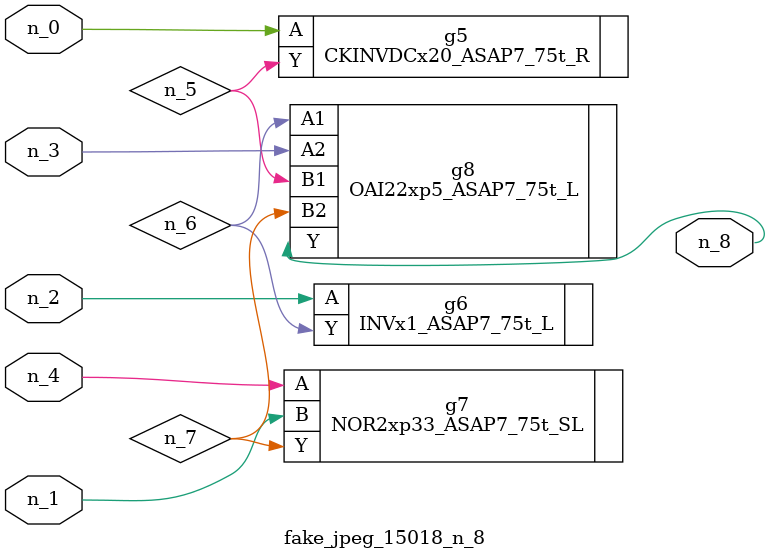
<source format=v>
module fake_jpeg_15018_n_8 (n_3, n_2, n_1, n_0, n_4, n_8);

input n_3;
input n_2;
input n_1;
input n_0;
input n_4;

output n_8;

wire n_6;
wire n_5;
wire n_7;

CKINVDCx20_ASAP7_75t_R g5 ( 
.A(n_0),
.Y(n_5)
);

INVx1_ASAP7_75t_L g6 ( 
.A(n_2),
.Y(n_6)
);

NOR2xp33_ASAP7_75t_SL g7 ( 
.A(n_4),
.B(n_1),
.Y(n_7)
);

OAI22xp5_ASAP7_75t_L g8 ( 
.A1(n_6),
.A2(n_3),
.B1(n_5),
.B2(n_7),
.Y(n_8)
);


endmodule
</source>
